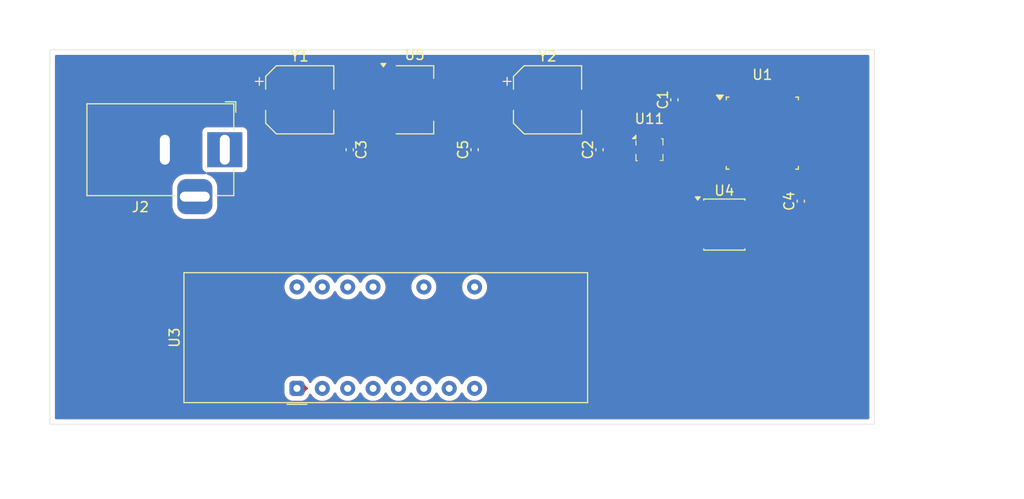
<source format=kicad_pcb>
(kicad_pcb (version 20241229) (generator "pcbnew") (generator_version "9.0")
  (layers (0 "F.Cu" signal) (2 "B.Cu" signal) (13 "F.Paste" user) (15 "B.Paste" user) (5 "F.SilkS" user "F.Silkscreen") (7 "B.SilkS" user "B.Silkscreen") (1 "F.Mask" user) (3 "B.Mask" user) (25 "Edge.Cuts" user))
  (net 0 "")
  (net 1 "GND")
  (net 2 "Net-(U1-PC1)")
  (net 3 "Net-(U1-PD1)")
  (net 4 "Net-(U1-PC4)")
  (net 5 "Net-(U1-PB4)")
  (net 8 "Net-(U1-PC5)")
  (net 9 "Net-(U1-PD2)")
  (net 12 "Net-(U1-PD5)")
  (net 13 "Net-(U1-PD4)")
  (net 14 "Net-(U1-PD0)")
  (net 15 "Net-(U1-PC0)")
  (net 16 "Net-(U1-PD3)")
  (net 18 "Net-(U1-PD7)")
  (net 19 "Net-(U1-PD6)")
  (net 20 "Net-(U1-PC3)")
  (net 21 "Net-(U1-PC2)")
  (net 23 "Net-(U1-PB2)")
  (net 29 "Net-(U1-PB3)")
  (net 30 "Net-(U1-PB5)")
  (net 37 "+3.3V")
  (net 38 "+5V")
  (footprint "Capacitor_SMD:C_0402_1005Metric" (layer "F.Cu") (at 207.5 85 90)
    (property "Reference" "C2" (at 0 -1.16 90) (layer "F.SilkS"))
    (property "Value" "100nF")
    (fp_line (start -0.107836 -0.36) (end 0.107836 -0.36) (stroke (width 0.12)) (layer "F.SilkS"))
    (fp_line (start -0.107836 0.36) (end 0.107836 0.36) (stroke (width 0.12)) (layer "F.SilkS"))
    (pad "1" smd roundrect (at -0.48 0 90) (size 0.56 0.62) (layers "F.Cu" "F.Mask" "F.Paste") (net 37 "+3.3V"))
    (pad "2" smd roundrect (at 0.48 0 90) (size 0.56 0.62) (layers "F.Cu" "F.Mask" "F.Paste") (net 1 "GND"))
  )
  (footprint "Capacitor_SMD:C_0402_1005Metric" (layer "F.Cu") (at 227.65 90.155 90)
    (property "Reference" "C4" (at 0 -1.16 90) (layer "F.SilkS"))
    (property "Value" "100nF")
    (fp_line (start -0.107836 -0.36) (end 0.107836 -0.36) (stroke (width 0.12)) (layer "F.SilkS"))
    (fp_line (start -0.107836 0.36) (end 0.107836 0.36) (stroke (width 0.12)) (layer "F.SilkS"))
    (pad "1" smd roundrect (at -0.48 0 90) (size 0.56 0.62) (layers "F.Cu" "F.Mask" "F.Paste") (net 37 "+3.3V"))
    (pad "2" smd roundrect (at 0.48 0 90) (size 0.56 0.62) (layers "F.Cu" "F.Mask" "F.Paste") (net 1 "GND"))
  )
  (footprint "Package_TO_SOT_SMD:SOT-223-3_TabPin2" (layer "F.Cu") (at 189 80)
    (property "Reference" "U5" (at 0 -4.5 0) (layer "F.SilkS"))
    (property "Value" "AMS1117-3.3")
    (fp_line (start -1.85 -3.41) (end 1.91 -3.41) (stroke (width 0.12)) (layer "F.SilkS"))
    (fp_line (start -1.85 3.41) (end 1.91 3.41) (stroke (width 0.12)) (layer "F.SilkS"))
    (fp_line (start 1.91 -3.41) (end 1.91 -2.15) (stroke (width 0.12)) (layer "F.SilkS"))
    (fp_line (start 1.91 3.41) (end 1.91 2.15) (stroke (width 0.12)) (layer "F.SilkS"))
    (fp_poly (pts (xy -3.13 -3.31) (xy -3.37 -3.64) (xy -2.89 -3.64) (xy -3.13 -3.31)) (stroke (width 0.12)) (fill yes) (layer "F.SilkS"))
    (pad "1" smd roundrect (at -3.15 -2.3) (size 2 1.5) (layers "F.Cu" "F.Mask" "F.Paste") (net 1 "GND"))
    (pad "2" smd roundrect (at -3.15 0) (size 2 1.5) (layers "F.Cu" "F.Mask" "F.Paste") (net 37 "+3.3V"))
    (pad "2" smd roundrect (at 3.15 0) (size 2 3.8) (layers "F.Cu" "F.Mask" "F.Paste") (net 37 "+3.3V"))
    (pad "3" smd roundrect (at -3.15 2.3) (size 2 1.5) (layers "F.Cu" "F.Mask" "F.Paste") (net 38 "+5V"))
  )
  (footprint "Package_QFP:TQFP-32_7x7mm_P0.8mm" (layer "F.Cu") (at 223.8 83.3375)
    (property "Reference" "U1" (at 0 -5.85 0) (layer "F.SilkS"))
    (property "Value" "ATmega328PB-A")
    (fp_line (start -3.61 -3.61) (end -3.335 -3.61) (stroke (width 0.12)) (layer "F.SilkS"))
    (fp_line (start -3.61 -3.335) (end -3.61 -3.61) (stroke (width 0.12)) (layer "F.SilkS"))
    (fp_line (start -3.61 3.61) (end -3.61 3.335) (stroke (width 0.12)) (layer "F.SilkS"))
    (fp_line (start -3.335 3.61) (end -3.61 3.61) (stroke (width 0.12)) (layer "F.SilkS"))
    (fp_line (start 3.335 -3.61) (end 3.61 -3.61) (stroke (width 0.12)) (layer "F.SilkS"))
    (fp_line (start 3.61 -3.61) (end 3.61 -3.335) (stroke (width 0.12)) (layer "F.SilkS"))
    (fp_line (start 3.61 3.335) (end 3.61 3.61) (stroke (width 0.12)) (layer "F.SilkS"))
    (fp_line (start 3.61 3.61) (end 3.335 3.61) (stroke (width 0.12)) (layer "F.SilkS"))
    (fp_poly (pts (xy -4.25 -3.34) (xy -4.59 -3.81) (xy -3.91 -3.81)) (stroke (width 0.12)) (fill yes) (layer "F.SilkS"))
    (pad "1" smd roundrect (at -4.1625 -2.8) (size 1.475 0.55) (layers "F.Cu" "F.Mask" "F.Paste") (net 16 "Net-(U1-PD3)"))
    (pad "2" smd roundrect (at -4.1625 -2) (size 1.475 0.55) (layers "F.Cu" "F.Mask" "F.Paste") (net 13 "Net-(U1-PD4)"))
    (pad "3" smd roundrect (at -4.1625 -1.2) (size 1.475 0.55) (layers "F.Cu" "F.Mask" "F.Paste"))
    (pad "4" smd roundrect (at -4.1625 -0.4) (size 1.475 0.55) (layers "F.Cu" "F.Mask" "F.Paste") (net 37 "+3.3V"))
    (pad "5" smd roundrect (at -4.1625 0.4) (size 1.475 0.55) (layers "F.Cu" "F.Mask" "F.Paste") (net 1 "GND"))
    (pad "6" smd roundrect (at -4.1625 1.2) (size 1.475 0.55) (layers "F.Cu" "F.Mask" "F.Paste"))
    (pad "7" smd roundrect (at -4.1625 2) (size 1.475 0.55) (layers "F.Cu" "F.Mask" "F.Paste"))
    (pad "8" smd roundrect (at -4.1625 2.8) (size 1.475 0.55) (layers "F.Cu" "F.Mask" "F.Paste"))
    (pad "9" smd roundrect (at -2.8 4.1625) (size 0.55 1.475) (layers "F.Cu" "F.Mask" "F.Paste") (net 12 "Net-(U1-PD5)"))
    (pad "10" smd roundrect (at -2 4.1625) (size 0.55 1.475) (layers "F.Cu" "F.Mask" "F.Paste") (net 19 "Net-(U1-PD6)"))
    (pad "11" smd roundrect (at -1.2 4.1625) (size 0.55 1.475) (layers "F.Cu" "F.Mask" "F.Paste") (net 18 "Net-(U1-PD7)"))
    (pad "12" smd roundrect (at -0.4 4.1625) (size 0.55 1.475) (layers "F.Cu" "F.Mask" "F.Paste"))
    (pad "13" smd roundrect (at 0.4 4.1625) (size 0.55 1.475) (layers "F.Cu" "F.Mask" "F.Paste"))
    (pad "14" smd roundrect (at 1.2 4.1625) (size 0.55 1.475) (layers "F.Cu" "F.Mask" "F.Paste") (net 23 "Net-(U1-PB2)"))
    (pad "15" smd roundrect (at 2 4.1625) (size 0.55 1.475) (layers "F.Cu" "F.Mask" "F.Paste") (net 29 "Net-(U1-PB3)"))
    (pad "16" smd roundrect (at 2.8 4.1625) (size 0.55 1.475) (layers "F.Cu" "F.Mask" "F.Paste") (net 5 "Net-(U1-PB4)"))
    (pad "17" smd roundrect (at 4.1625 2.8) (size 1.475 0.55) (layers "F.Cu" "F.Mask" "F.Paste") (net 30 "Net-(U1-PB5)"))
    (pad "18" smd roundrect (at 4.1625 2) (size 1.475 0.55) (layers "F.Cu" "F.Mask" "F.Paste"))
    (pad "19" smd roundrect (at 4.1625 1.2) (size 1.475 0.55) (layers "F.Cu" "F.Mask" "F.Paste"))
    (pad "20" smd roundrect (at 4.1625 0.4) (size 1.475 0.55) (layers "F.Cu" "F.Mask" "F.Paste"))
    (pad "21" smd roundrect (at 4.1625 -0.4) (size 1.475 0.55) (layers "F.Cu" "F.Mask" "F.Paste") (net 1 "GND"))
    (pad "22" smd roundrect (at 4.1625 -1.2) (size 1.475 0.55) (layers "F.Cu" "F.Mask" "F.Paste"))
    (pad "23" smd roundrect (at 4.1625 -2) (size 1.475 0.55) (layers "F.Cu" "F.Mask" "F.Paste") (net 15 "Net-(U1-PC0)"))
    (pad "24" smd roundrect (at 4.1625 -2.8) (size 1.475 0.55) (layers "F.Cu" "F.Mask" "F.Paste") (net 2 "Net-(U1-PC1)"))
    (pad "25" smd roundrect (at 2.8 -4.1625) (size 0.55 1.475) (layers "F.Cu" "F.Mask" "F.Paste") (net 21 "Net-(U1-PC2)"))
    (pad "26" smd roundrect (at 2 -4.1625) (size 0.55 1.475) (layers "F.Cu" "F.Mask" "F.Paste") (net 20 "Net-(U1-PC3)"))
    (pad "27" smd roundrect (at 1.2 -4.1625) (size 0.55 1.475) (layers "F.Cu" "F.Mask" "F.Paste") (net 4 "Net-(U1-PC4)"))
    (pad "28" smd roundrect (at 0.4 -4.1625) (size 0.55 1.475) (layers "F.Cu" "F.Mask" "F.Paste") (net 8 "Net-(U1-PC5)"))
    (pad "29" smd roundrect (at -0.4 -4.1625) (size 0.55 1.475) (layers "F.Cu" "F.Mask" "F.Paste"))
    (pad "30" smd roundrect (at -1.2 -4.1625) (size 0.55 1.475) (layers "F.Cu" "F.Mask" "F.Paste") (net 14 "Net-(U1-PD0)"))
    (pad "31" smd roundrect (at -2 -4.1625) (size 0.55 1.475) (layers "F.Cu" "F.Mask" "F.Paste") (net 3 "Net-(U1-PD1)"))
    (pad "32" smd roundrect (at -2.8 -4.1625) (size 0.55 1.475) (layers "F.Cu" "F.Mask" "F.Paste") (net 9 "Net-(U1-PD2)"))
  )
  (footprint "Capacitor_SMD:C_0402_1005Metric" (layer "F.Cu") (at 182.5 85 -90)
    (property "Reference" "C3" (at 0 -1.16 90) (layer "F.SilkS"))
    (property "Value" "100nF")
    (fp_line (start -0.107836 0.36) (end 0.107836 0.36) (stroke (width 0.12)) (layer "F.SilkS"))
    (fp_line (start -0.107836 -0.36) (end 0.107836 -0.36) (stroke (width 0.12)) (layer "F.SilkS"))
    (pad "1" smd roundrect (at -0.48 0 270) (size 0.56 0.62) (layers "F.Cu" "F.Mask" "F.Paste") (net 38 "+5V"))
    (pad "2" smd roundrect (at 0.48 0 270) (size 0.56 0.62) (layers "F.Cu" "F.Mask" "F.Paste") (net 1 "GND"))
  )
  (footprint "Capacitor_SMD:C_0402_1005Metric" (layer "F.Cu") (at 195 85 90)
    (property "Reference" "C5" (at 0 -1.16 90) (layer "F.SilkS"))
    (property "Value" "100nF")
    (fp_line (start -0.107836 -0.36) (end 0.107836 -0.36) (stroke (width 0.12)) (layer "F.SilkS"))
    (fp_line (start -0.107836 0.36) (end 0.107836 0.36) (stroke (width 0.12)) (layer "F.SilkS"))
    (pad "1" smd roundrect (at -0.48 0 90) (size 0.56 0.62) (layers "F.Cu" "F.Mask" "F.Paste") (net 37 "+3.3V"))
    (pad "2" smd roundrect (at 0.48 0 90) (size 0.56 0.62) (layers "F.Cu" "F.Mask" "F.Paste") (net 1 "GND"))
  )
  (footprint "Capacitor_SMD:CP_Elec_6.3x7.7" (layer "F.Cu") (at 177.5 80)
    (property "Reference" "Y1" (at 0 -4.35 0) (layer "F.SilkS"))
    (property "Value" "10uF")
    (fp_line (start -4.4375 -1.8475) (end -3.65 -1.8475) (stroke (width 0.12)) (layer "F.SilkS"))
    (fp_line (start -4.04375 -2.24125) (end -4.04375 -1.45375) (stroke (width 0.12)) (layer "F.SilkS"))
    (fp_line (start -3.41 -2.345563) (end -3.41 -1.06) (stroke (width 0.12)) (layer "F.SilkS"))
    (fp_line (start -3.41 -2.345563) (end -2.345563 -3.41) (stroke (width 0.12)) (layer "F.SilkS"))
    (fp_line (start -3.41 2.345563) (end -3.41 1.06) (stroke (width 0.12)) (layer "F.SilkS"))
    (fp_line (start -3.41 2.345563) (end -2.345563 3.41) (stroke (width 0.12)) (layer "F.SilkS"))
    (fp_line (start -2.345563 -3.41) (end 3.41 -3.41) (stroke (width 0.12)) (layer "F.SilkS"))
    (fp_line (start -2.345563 3.41) (end 3.41 3.41) (stroke (width 0.12)) (layer "F.SilkS"))
    (fp_line (start 3.41 -3.41) (end 3.41 -1.06) (stroke (width 0.12)) (layer "F.SilkS"))
    (fp_line (start 3.41 3.41) (end 3.41 1.06) (stroke (width 0.12)) (layer "F.SilkS"))
    (pad "1" smd roundrect (at -2.7 0) (size 3.5 1.6) (layers "F.Cu" "F.Mask" "F.Paste") (roundrect_rratio 0.15625) (net 1 "GND"))
    (pad "2" smd roundrect (at 2.7 0) (size 3.5 1.6) (layers "F.Cu" "F.Mask" "F.Paste") (roundrect_rratio 0.15625) (net 38 "+5V"))
  )
  (footprint "Capacitor_SMD:CP_Elec_6.3x7.7" (layer "F.Cu") (at 202.3 80)
    (property "Reference" "Y2" (at 0 -4.35 0) (layer "F.SilkS"))
    (property "Value" "10uF")
    (fp_line (start -4.4375 -1.8475) (end -3.65 -1.8475) (stroke (width 0.12)) (layer "F.SilkS"))
    (fp_line (start -4.04375 -2.24125) (end -4.04375 -1.45375) (stroke (width 0.12)) (layer "F.SilkS"))
    (fp_line (start -3.41 -2.345563) (end -3.41 -1.06) (stroke (width 0.12)) (layer "F.SilkS"))
    (fp_line (start -3.41 -2.345563) (end -2.345563 -3.41) (stroke (width 0.12)) (layer "F.SilkS"))
    (fp_line (start -3.41 2.345563) (end -3.41 1.06) (stroke (width 0.12)) (layer "F.SilkS"))
    (fp_line (start -3.41 2.345563) (end -2.345563 3.41) (stroke (width 0.12)) (layer "F.SilkS"))
    (fp_line (start -2.345563 -3.41) (end 3.41 -3.41) (stroke (width 0.12)) (layer "F.SilkS"))
    (fp_line (start -2.345563 3.41) (end 3.41 3.41) (stroke (width 0.12)) (layer "F.SilkS"))
    (fp_line (start 3.41 -3.41) (end 3.41 -1.06) (stroke (width 0.12)) (layer "F.SilkS"))
    (fp_line (start 3.41 3.41) (end 3.41 1.06) (stroke (width 0.12)) (layer "F.SilkS"))
    (pad "1" smd roundrect (at -2.7 0) (size 3.5 1.6) (layers "F.Cu" "F.Mask" "F.Paste") (roundrect_rratio 0.15625) (net 1 "GND"))
    (pad "2" smd roundrect (at 2.7 0) (size 3.5 1.6) (layers "F.Cu" "F.Mask" "F.Paste") (roundrect_rratio 0.15625) (net 37 "+3.3V"))
  )
  (footprint "Capacitor_SMD:C_0402_1005Metric" (layer "F.Cu") (at 215 80 90)
    (property "Reference" "C1" (at 0 -1.16 90) (layer "F.SilkS"))
    (property "Value" "100nF")
    (fp_line (start -0.107836 -0.36) (end 0.107836 -0.36) (stroke (width 0.12)) (layer "F.SilkS"))
    (fp_line (start -0.107836 0.36) (end 0.107836 0.36) (stroke (width 0.12)) (layer "F.SilkS"))
    (pad "1" smd roundrect (at -0.48 0 90) (size 0.56 0.62) (layers "F.Cu" "F.Mask" "F.Paste") (net 37 "+3.3V"))
    (pad "2" smd roundrect (at 0.48 0 90) (size 0.56 0.62) (layers "F.Cu" "F.Mask" "F.Paste") (net 1 "GND"))
  )
  (footprint "Package_LGA:Bosch_LGA-8_2x2.5mm_P0.65mm_ClockwisePinNumbering" (layer "F.Cu") (at 212.5 85)
    (property "Reference" "U11" (at 0 -3.1 0) (layer "F.SilkS"))
    (property "Value" "BMP280")
    (fp_line (start -1.35 -0.46) (end -1.35 -0.9) (stroke (width 0.1)) (layer "F.SilkS"))
    (fp_line (start -1.35 1.1) (end -1.35 0.46) (stroke (width 0.1)) (layer "F.SilkS"))
    (fp_line (start -1.35 1.1) (end -1.2 1.1) (stroke (width 0.1)) (layer "F.SilkS"))
    (fp_line (start 1.075 1.075) (end 1.225 1.075) (stroke (width 0.1)) (layer "F.SilkS"))
    (fp_line (start 1.2 -1.1) (end 1.35 -1.1) (stroke (width 0.1)) (layer "F.SilkS"))
    (fp_line (start 1.35 -0.46) (end 1.35 -1.1) (stroke (width 0.1)) (layer "F.SilkS"))
    (fp_line (start 1.35 1.1) (end 1.35 0.46) (stroke (width 0.1)) (layer "F.SilkS"))
    (fp_poly (pts (xy -1.35 -1.1) (xy -1.71 -1.1) (xy -1.35 -1.46) (xy -1.35 -1.1)) (stroke (width 0.1)) (fill yes) (layer "F.SilkS"))
    (pad "1" smd rect (at -0.975 -0.8 90) (size 0.5 0.35) (layers "F.Cu" "F.Mask" "F.Paste") (net 1 "GND"))
    (pad "2" smd rect (at -0.325 -0.8 90) (size 0.5 0.35) (layers "F.Cu" "F.Mask" "F.Paste") (net 23 "Net-(U1-PB2)"))
    (pad "3" smd rect (at 0.325 -0.8 90) (size 0.5 0.35) (layers "F.Cu" "F.Mask" "F.Paste") (net 5 "Net-(U1-PB4)"))
    (pad "4" smd rect (at 0.975 -0.8 90) (size 0.5 0.35) (layers "F.Cu" "F.Mask" "F.Paste") (net 30 "Net-(U1-PB5)"))
    (pad "5" smd rect (at 0.975 0.8 90) (size 0.5 0.35) (layers "F.Cu" "F.Mask" "F.Paste") (net 29 "Net-(U1-PB3)"))
    (pad "6" smd rect (at 0.325 0.8 90) (size 0.5 0.35) (layers "F.Cu" "F.Mask" "F.Paste"))
    (pad "7" smd rect (at -0.325 0.8 90) (size 0.5 0.35) (layers "F.Cu" "F.Mask" "F.Paste") (net 1 "GND"))
    (pad "8" smd rect (at -0.975 0.8 90) (size 0.5 0.35) (layers "F.Cu" "F.Mask" "F.Paste") (net 37 "+3.3V"))
  )
  (footprint "Connector_BarrelJack:BarrelJack_Horizontal" (layer "F.Cu") (at 170 85)
    (property "Reference" "J2" (at -8.45 5.75 0) (layer "F.SilkS"))
    (property "Value" "Jack-DC")
    (fp_line (start -13.8 -4.6) (end 0.9 -4.6) (stroke (width 0.12)) (layer "F.SilkS"))
    (fp_line (start -13.8 4.6) (end -13.8 -4.6) (stroke (width 0.12)) (layer "F.SilkS"))
    (fp_line (start -5 4.6) (end -13.8 4.6) (stroke (width 0.12)) (layer "F.SilkS"))
    (fp_line (start 0.05 -4.8) (end 1.1 -4.8) (stroke (width 0.12)) (layer "F.SilkS"))
    (fp_line (start 0.9 -4.6) (end 0.9 -2) (stroke (width 0.12)) (layer "F.SilkS"))
    (fp_line (start 0.9 1.9) (end 0.9 4.6) (stroke (width 0.12)) (layer "F.SilkS"))
    (fp_line (start 0.9 4.6) (end -1 4.6) (stroke (width 0.12)) (layer "F.SilkS"))
    (fp_line (start 1.1 -3.75) (end 1.1 -4.8) (stroke (width 0.12)) (layer "F.SilkS"))
    (pad "1" thru_hole rect (at 0 0) (size 3.5 3.5) (drill oval 1 3) (layers "*.Cu" "*.Mask") (net 38 "+5V"))
    (pad "2" thru_hole roundrect (at -6 0) (size 3 3.5) (drill oval 1 3) (layers "*.Cu" "*.Mask") (net 1 "GND"))
    (pad "3" thru_hole roundrect (at -3 4.7) (size 3.5 3.5) (drill oval 3 1) (layers "*.Cu" "*.Mask"))
  )
  (footprint "Display_7Segment:LTC-4627Jx" (layer "F.Cu") (at 177.22 108.91 90)
    (property "Reference" "U3" (at 5.08 -12.25 90) (layer "F.SilkS"))
    (property "Value" "LTC-4627JD")
    (fp_line (start 11.59 -11.31) (end 11.59 29.09) (stroke (width 0.12)) (layer "F.SilkS"))
    (fp_line (start -1.43 -11.31) (end 11.59 -11.31) (stroke (width 0.12)) (layer "F.SilkS"))
    (fp_line (start -1.43 -11.31) (end -1.43 29.09) (stroke (width 0.12)) (layer "F.SilkS"))
    (fp_line (start -1.6 -1) (end -1.6 1) (stroke (width 0.12)) (layer "F.SilkS"))
    (fp_line (start -1.43 29.09) (end 11.59 29.09) (stroke (width 0.12)) (layer "F.SilkS"))
    (pad "1" thru_hole roundrect (at 0 0 90) (size 1.5 1.5) (drill 0.7) (layers "*.Cu" "*.Mask") (net 37 "+3.3V"))
    (pad "2" thru_hole circle (at 0 2.54 90) (size 1.5 1.5) (drill 0.7) (layers "*.Cu" "*.Mask") (net 15 "Net-(U1-PC0)"))
    (pad "3" thru_hole circle (at 0 5.08 90) (size 1.5 1.5) (drill 0.7) (layers "*.Cu" "*.Mask") (net 16 "Net-(U1-PD3)"))
    (pad "4" thru_hole circle (at 0 7.62 90) (size 1.5 1.5) (drill 0.7) (layers "*.Cu" "*.Mask") (net 20 "Net-(U1-PC3)"))
    (pad "5" thru_hole circle (at 0 10.16 90) (size 1.5 1.5) (drill 0.7) (layers "*.Cu" "*.Mask") (net 13 "Net-(U1-PD4)"))
    (pad "6" thru_hole circle (at 0 12.7 90) (size 1.5 1.5) (drill 0.7) (layers "*.Cu" "*.Mask") (net 2 "Net-(U1-PC1)"))
    (pad "7" thru_hole circle (at 0 15.24 90) (size 1.5 1.5) (drill 0.7) (layers "*.Cu" "*.Mask") (net 8 "Net-(U1-PC5)"))
    (pad "8" thru_hole circle (at 0 17.78 90) (size 1.5 1.5) (drill 0.7) (layers "*.Cu" "*.Mask") (net 21 "Net-(U1-PC2)"))
    (pad "9" thru_hole circle (at 10.16 17.78 90) (size 1.5 1.5) (drill 0.7) (layers "*.Cu" "*.Mask"))
    (pad "11" thru_hole circle (at 10.16 12.7 90) (size 1.5 1.5) (drill 0.7) (layers "*.Cu" "*.Mask") (net 12 "Net-(U1-PD5)"))
    (pad "13" thru_hole circle (at 10.16 7.62 90) (size 1.5 1.5) (drill 0.7) (layers "*.Cu" "*.Mask") (net 9 "Net-(U1-PD2)"))
    (pad "14" thru_hole circle (at 10.16 5.08 90) (size 1.5 1.5) (drill 0.7) (layers "*.Cu" "*.Mask") (net 14 "Net-(U1-PD0)"))
    (pad "15" thru_hole circle (at 10.16 2.54 90) (size 1.5 1.5) (drill 0.7) (layers "*.Cu" "*.Mask") (net 4 "Net-(U1-PC4)"))
    (pad "16" thru_hole circle (at 10.16 0 90) (size 1.5 1.5) (drill 0.7) (layers "*.Cu" "*.Mask") (net 3 "Net-(U1-PD1)"))
  )
  (footprint "Package_SO:JEITA_SOIC-8_3.9x4.9mm_P1.27mm" (layer "F.Cu") (at 220 92.5)
    (property "Reference" "U4" (at 0 -3.4 0) (layer "F.SilkS"))
    (property "Value" "CH340N")
    (fp_line (start -2.06 -2.56) (end 2.06 -2.56) (stroke (width 0.12)) (layer "F.SilkS"))
    (fp_line (start -2.06 -2.44) (end -2.06 -2.56) (stroke (width 0.12)) (layer "F.SilkS"))
    (fp_line (start -2.06 2.56) (end -2.06 2.44) (stroke (width 0.12)) (layer "F.SilkS"))
    (fp_line (start 2.06 -2.56) (end 2.06 -2.44) (stroke (width 0.12)) (layer "F.SilkS"))
    (fp_line (start 2.06 2.44) (end 2.06 2.56) (stroke (width 0.12)) (layer "F.SilkS"))
    (fp_line (start 2.06 2.56) (end -2.06 2.56) (stroke (width 0.12)) (layer "F.SilkS"))
    (fp_poly (pts (xy -2.66 -2.45) (xy -2.9 -2.78) (xy -2.42 -2.78)) (stroke (width 0.12)) (fill yes) (layer "F.SilkS"))
    (pad "1" smd roundrect (at -2.65 -1.905) (size 1.5 0.55) (layers "F.Cu" "F.Mask" "F.Paste"))
    (pad "2" smd roundrect (at -2.65 -0.635) (size 1.5 0.55) (layers "F.Cu" "F.Mask" "F.Paste"))
    (pad "3" smd roundrect (at -2.65 0.635) (size 1.5 0.55) (layers "F.Cu" "F.Mask" "F.Paste") (net 1 "GND"))
    (pad "4" smd roundrect (at -2.65 1.905) (size 1.5 0.55) (layers "F.Cu" "F.Mask" "F.Paste"))
    (pad "5" smd roundrect (at 2.65 1.905) (size 1.5 0.55) (layers "F.Cu" "F.Mask" "F.Paste") (net 37 "+3.3V"))
    (pad "6" smd roundrect (at 2.65 0.635) (size 1.5 0.55) (layers "F.Cu" "F.Mask" "F.Paste") (net 18 "Net-(U1-PD7)"))
    (pad "7" smd roundrect (at 2.65 -0.635) (size 1.5 0.55) (layers "F.Cu" "F.Mask" "F.Paste") (net 19 "Net-(U1-PD6)"))
    (pad "8" smd roundrect (at 2.65 -1.905) (size 1.5 0.55) (layers "F.Cu" "F.Mask" "F.Paste"))
  )
  (gr_rect (start 152.5 75) (end 235 112.5) (stroke (width 0.05)) (fill no) (layer "Edge.Cuts"))
  (zone (net 37) (net_name "+3.3V") (layer "F.Cu") (priority 5) (connect_pads yes (clearance 0.5)) (min_thickness 0.25) (fill yes (thermal_gap 0.5) (thermal_bridge_width 0.5))
    (polygon (pts (xy 225 90) (xy 225 87.5) (xy 217.5 87.5) (xy 217.5 82.5) (xy 222.5 82.5) (xy 223.8 83.3375) (xy 217.5 83.3375) (xy 217.5 80) (xy 212.5 80) (xy 215 82.5) (xy 215 87.5) (xy 210 87.5) (xy 212.5 85) (xy 205 85) (xy 207.5 80) (xy 207.5 77.5) (xy 202.5 77.5) (xy 202.3 82.5) (xy 197.5 85) (xy 192.5 85) (xy 195 80) (xy 195 77.5) (xy 190 77.5) (xy 190 87.5)))
  )
  (zone (net 37) (net_name "+3.3V") (layer "F.Cu") (priority 8) (connect_pads yes (clearance 0.5)) (min_thickness 0.25) (fill yes (thermal_gap 0.5) (thermal_bridge_width 0.5))
    (polygon (pts (xy 220 92.5) (xy 225 92.5) (xy 225 112.5) (xy 220 112.5)))
  )
  (zone (net 37) (net_name "+3.3V") (layer "F.Cu") (priority 7) (connect_pads yes (clearance 0.5)) (min_thickness 0.25) (fill yes (thermal_gap 0.5) (thermal_bridge_width 0.5))
    (polygon (pts (xy 175 112.499968) (xy 175 107.5) (xy 177.22 107.5) (xy 180 108.91) (xy 182.5 110) (xy 220 110) (xy 220 112.5)))
  )
  (zone (net 1) (net_name "GND") (layers "F.Cu" "B.Cu") (priority 9) (connect_pads yes (clearance 0.5)) (min_thickness 0.25) (fill yes (thermal_gap 0.5) (thermal_bridge_width 0.5))
    (polygon (pts (xy 250 72.5) (xy 147.5 70) (xy 147.5 120) (xy 247.5 120)))
  )
)
</source>
